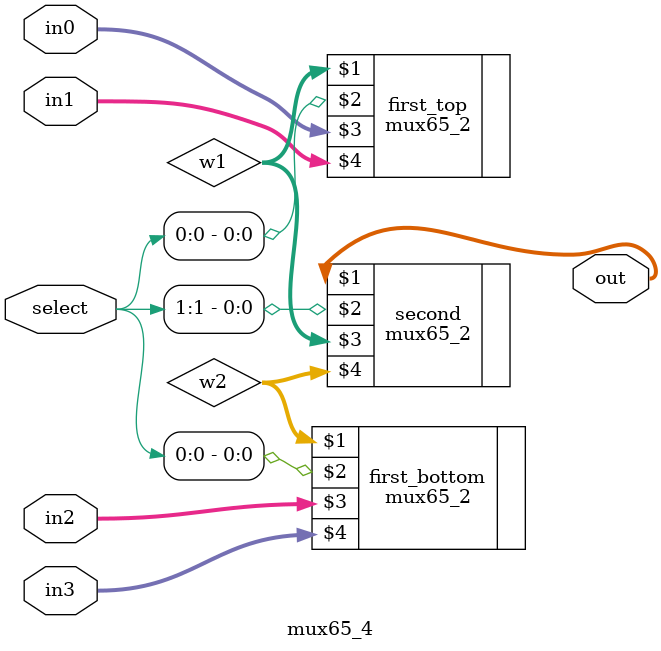
<source format=v>
module mux65_4(
    output [64:0] out,
    input [1:0] select,
    input [64:0] in0,
    input [64:0] in1,
    input [64:0] in2,
    input [64:0] in3
);
    wire [64:0] w1, w2;
    mux65_2 first_top(w1, select[0], in0, in1);
    mux65_2 first_bottom(w2, select[0], in2, in3);
    mux65_2 second(out, select[1], w1, w2);
endmodule
</source>
